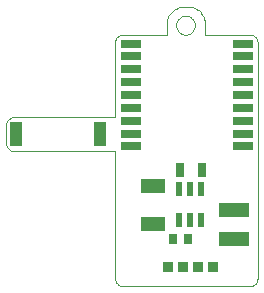
<source format=gbp>
G75*
%MOIN*%
%OFA0B0*%
%FSLAX24Y24*%
%IPPOS*%
%LPD*%
%AMOC8*
5,1,8,0,0,1.08239X$1,22.5*
%
%ADD10C,0.0000*%
%ADD11R,0.0394X0.0787*%
%ADD12R,0.0709X0.0276*%
%ADD13R,0.0709X0.0315*%
%ADD14R,0.1000X0.0500*%
%ADD15R,0.0320X0.0350*%
%ADD16R,0.0244X0.0480*%
%ADD17R,0.0276X0.0354*%
%ADD18R,0.0787X0.0472*%
%ADD19R,0.0315X0.0472*%
D10*
X006010Y006400D02*
X006010Y010650D01*
X002635Y010650D01*
X002605Y010652D01*
X002575Y010657D01*
X002546Y010666D01*
X002519Y010679D01*
X002493Y010694D01*
X002469Y010713D01*
X002448Y010734D01*
X002429Y010758D01*
X002414Y010784D01*
X002401Y010811D01*
X002392Y010840D01*
X002387Y010870D01*
X002385Y010900D01*
X002385Y011525D01*
X002387Y011555D01*
X002392Y011585D01*
X002401Y011614D01*
X002414Y011641D01*
X002429Y011667D01*
X002448Y011691D01*
X002469Y011712D01*
X002493Y011731D01*
X002519Y011746D01*
X002546Y011759D01*
X002575Y011768D01*
X002605Y011773D01*
X002635Y011775D01*
X006010Y011775D01*
X006010Y014275D01*
X006012Y014305D01*
X006017Y014335D01*
X006026Y014364D01*
X006039Y014391D01*
X006054Y014417D01*
X006073Y014441D01*
X006094Y014462D01*
X006118Y014481D01*
X006144Y014496D01*
X006171Y014509D01*
X006200Y014518D01*
X006230Y014523D01*
X006260Y014525D01*
X007728Y014525D01*
X007728Y014818D01*
X007729Y014818D02*
X007727Y014865D01*
X007729Y014912D01*
X007734Y014959D01*
X007744Y015005D01*
X007756Y015050D01*
X007773Y015094D01*
X007792Y015137D01*
X007815Y015178D01*
X007841Y015217D01*
X007871Y015254D01*
X007903Y015289D01*
X007937Y015321D01*
X007974Y015350D01*
X008013Y015376D01*
X008054Y015399D01*
X008097Y015418D01*
X008141Y015435D01*
X008186Y015447D01*
X008232Y015457D01*
X008279Y015462D01*
X008279Y015463D02*
X008415Y015463D01*
X008461Y015462D01*
X008506Y015458D01*
X008551Y015450D01*
X008595Y015439D01*
X008638Y015425D01*
X008680Y015407D01*
X008720Y015386D01*
X008759Y015361D01*
X008795Y015334D01*
X008829Y015304D01*
X008861Y015272D01*
X008890Y015237D01*
X008916Y015200D01*
X008940Y015161D01*
X008960Y015120D01*
X008977Y015078D01*
X008990Y015034D01*
X009000Y014990D01*
X009007Y014945D01*
X009010Y014900D01*
X009010Y014899D02*
X009010Y014525D01*
X010510Y014525D01*
X010540Y014523D01*
X010570Y014518D01*
X010599Y014509D01*
X010626Y014496D01*
X010652Y014481D01*
X010676Y014462D01*
X010697Y014441D01*
X010716Y014417D01*
X010731Y014391D01*
X010744Y014364D01*
X010753Y014335D01*
X010758Y014305D01*
X010760Y014275D01*
X010760Y006399D01*
X010758Y006369D01*
X010752Y006339D01*
X010743Y006310D01*
X010730Y006283D01*
X010715Y006257D01*
X010696Y006233D01*
X010674Y006212D01*
X010650Y006194D01*
X010625Y006178D01*
X010597Y006166D01*
X010568Y006157D01*
X010538Y006152D01*
X010508Y006150D01*
X006260Y006150D01*
X006230Y006152D01*
X006200Y006157D01*
X006171Y006166D01*
X006144Y006179D01*
X006118Y006194D01*
X006094Y006213D01*
X006073Y006234D01*
X006054Y006258D01*
X006039Y006284D01*
X006026Y006311D01*
X006017Y006340D01*
X006012Y006370D01*
X006010Y006400D01*
X008047Y014839D02*
X008049Y014874D01*
X008055Y014909D01*
X008065Y014942D01*
X008078Y014975D01*
X008095Y015006D01*
X008115Y015034D01*
X008139Y015060D01*
X008165Y015084D01*
X008193Y015104D01*
X008224Y015121D01*
X008257Y015134D01*
X008290Y015144D01*
X008325Y015150D01*
X008360Y015152D01*
X008395Y015150D01*
X008430Y015144D01*
X008463Y015134D01*
X008496Y015121D01*
X008527Y015104D01*
X008555Y015084D01*
X008581Y015060D01*
X008605Y015034D01*
X008625Y015006D01*
X008642Y014975D01*
X008655Y014942D01*
X008665Y014909D01*
X008671Y014874D01*
X008673Y014839D01*
X008671Y014804D01*
X008665Y014769D01*
X008655Y014736D01*
X008642Y014703D01*
X008625Y014672D01*
X008605Y014644D01*
X008581Y014618D01*
X008555Y014594D01*
X008527Y014574D01*
X008496Y014557D01*
X008463Y014544D01*
X008430Y014534D01*
X008395Y014528D01*
X008360Y014526D01*
X008325Y014528D01*
X008290Y014534D01*
X008257Y014544D01*
X008224Y014557D01*
X008193Y014574D01*
X008165Y014594D01*
X008139Y014618D01*
X008115Y014644D01*
X008095Y014672D01*
X008078Y014703D01*
X008065Y014736D01*
X008055Y014769D01*
X008049Y014804D01*
X008047Y014839D01*
D11*
X005510Y011211D03*
X002714Y011211D03*
D12*
X006528Y010807D03*
X006528Y014232D03*
X010268Y014232D03*
X010268Y010807D03*
D13*
X010268Y011220D03*
X010268Y011654D03*
X010268Y012087D03*
X010268Y012520D03*
X010268Y012953D03*
X010268Y013386D03*
X010268Y013819D03*
X006528Y013819D03*
X006528Y013386D03*
X006528Y012953D03*
X006528Y012520D03*
X006528Y012087D03*
X006528Y011654D03*
X006528Y011220D03*
D14*
X009978Y008681D03*
X009978Y007713D03*
D15*
X009260Y006775D03*
X008760Y006775D03*
X008260Y006775D03*
X007760Y006775D03*
D16*
X008135Y008337D03*
X008509Y008337D03*
X008883Y008341D03*
X008883Y009369D03*
X008509Y009369D03*
X008135Y009369D03*
D17*
X007941Y007713D03*
X008453Y007713D03*
D18*
X007260Y008208D03*
X007260Y009467D03*
D19*
X008186Y010025D03*
X008895Y010025D03*
M02*

</source>
